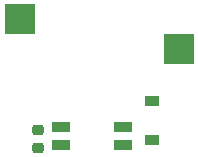
<source format=gtp>
G04 #@! TF.GenerationSoftware,KiCad,Pcbnew,(6.0.5)*
G04 #@! TF.CreationDate,2022-08-26T20:17:22-07:00*
G04 #@! TF.ProjectId,single_switch,73696e67-6c65-45f7-9377-697463682e6b,1*
G04 #@! TF.SameCoordinates,Original*
G04 #@! TF.FileFunction,Paste,Top*
G04 #@! TF.FilePolarity,Positive*
%FSLAX46Y46*%
G04 Gerber Fmt 4.6, Leading zero omitted, Abs format (unit mm)*
G04 Created by KiCad (PCBNEW (6.0.5)) date 2022-08-26 20:17:22*
%MOMM*%
%LPD*%
G01*
G04 APERTURE LIST*
G04 Aperture macros list*
%AMRoundRect*
0 Rectangle with rounded corners*
0 $1 Rounding radius*
0 $2 $3 $4 $5 $6 $7 $8 $9 X,Y pos of 4 corners*
0 Add a 4 corners polygon primitive as box body*
4,1,4,$2,$3,$4,$5,$6,$7,$8,$9,$2,$3,0*
0 Add four circle primitives for the rounded corners*
1,1,$1+$1,$2,$3*
1,1,$1+$1,$4,$5*
1,1,$1+$1,$6,$7*
1,1,$1+$1,$8,$9*
0 Add four rect primitives between the rounded corners*
20,1,$1+$1,$2,$3,$4,$5,0*
20,1,$1+$1,$4,$5,$6,$7,0*
20,1,$1+$1,$6,$7,$8,$9,0*
20,1,$1+$1,$8,$9,$2,$3,0*%
G04 Aperture macros list end*
%ADD10R,1.200000X0.900000*%
%ADD11R,2.550000X2.500000*%
%ADD12RoundRect,0.225000X0.250000X-0.225000X0.250000X0.225000X-0.250000X0.225000X-0.250000X-0.225000X0*%
%ADD13RoundRect,0.082000X0.718000X-0.328000X0.718000X0.328000X-0.718000X0.328000X-0.718000X-0.328000X0*%
G04 APERTURE END LIST*
D10*
X116970000Y-117796000D03*
X116970000Y-121096000D03*
D11*
X119249997Y-113349989D03*
X105799997Y-110809989D03*
D12*
X107318000Y-121745000D03*
X107318000Y-120195000D03*
D13*
X109300000Y-121500000D03*
X109300000Y-120000000D03*
X114500000Y-120000000D03*
X114500000Y-121500000D03*
M02*

</source>
